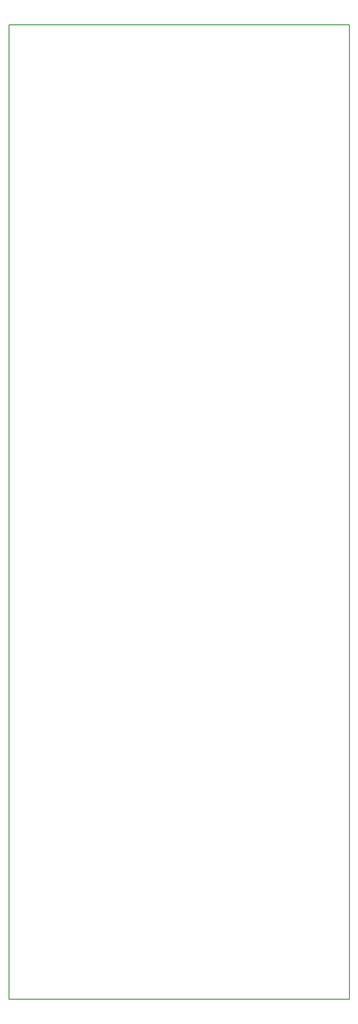
<source format=gbr>
G04 #@! TF.GenerationSoftware,KiCad,Pcbnew,5.0.1*
G04 #@! TF.CreationDate,2019-03-03T01:18:44-08:00*
G04 #@! TF.ProjectId,piboard,7069626F6172642E6B696361645F7063,rev?*
G04 #@! TF.SameCoordinates,Original*
G04 #@! TF.FileFunction,Profile,NP*
%FSLAX46Y46*%
G04 Gerber Fmt 4.6, Leading zero omitted, Abs format (unit mm)*
G04 Created by KiCad (PCBNEW 5.0.1) date Sun 03 Mar 2019 01:18:44 AM PST*
%MOMM*%
%LPD*%
G01*
G04 APERTURE LIST*
%ADD10C,0.150000*%
G04 APERTURE END LIST*
D10*
X76000000Y-12000000D02*
X76000000Y-195000000D01*
X12000000Y-12000000D02*
X76000000Y-12000000D01*
X12000000Y-195000000D02*
X12000000Y-12000000D01*
X76000000Y-195000000D02*
X12000000Y-195000000D01*
M02*

</source>
